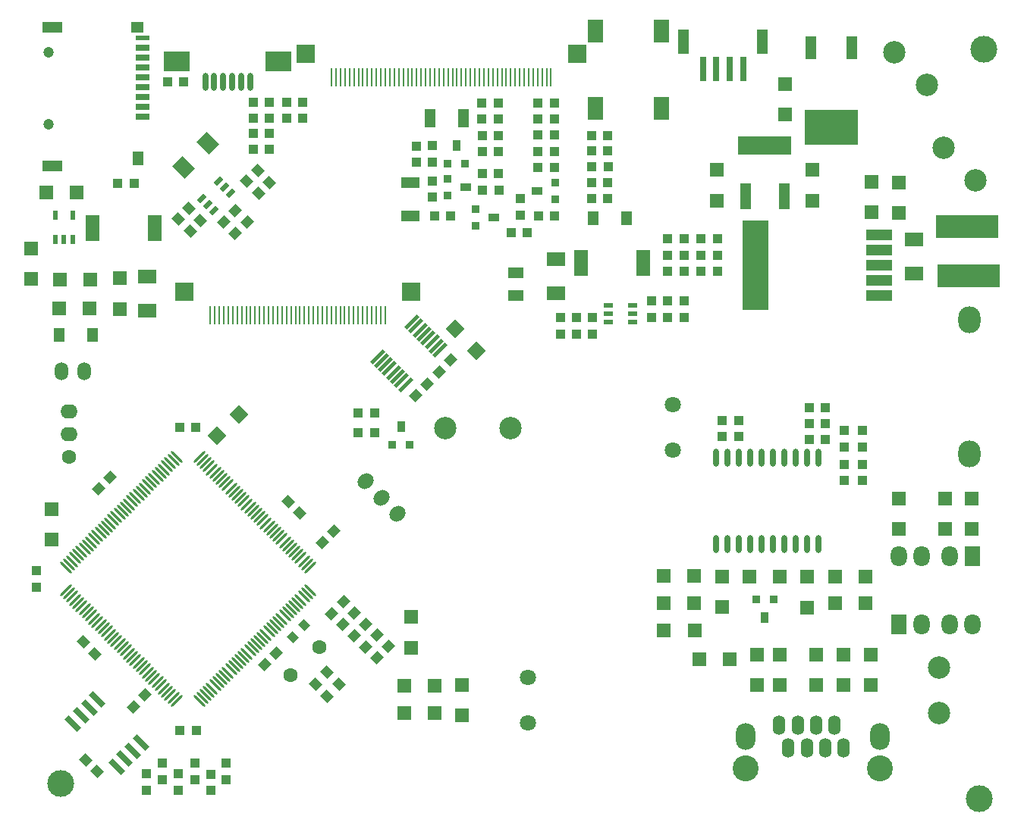
<source format=gbr>
%TF.GenerationSoftware,Altium Limited,Altium Designer,23.1.1 (15)*%
G04 Layer_Color=255*
%FSLAX45Y45*%
%MOMM*%
%TF.SameCoordinates,06D7CB19-584F-49B0-A036-24662F40C1B1*%
%TF.FilePolarity,Positive*%
%TF.FileFunction,Pads,Top*%
%TF.Part,Single*%
G01*
G75*
%TA.AperFunction,SMDPad,CuDef*%
G04:AMPARAMS|DCode=25|XSize=0.3mm|YSize=1.8mm|CornerRadius=0mm|HoleSize=0mm|Usage=FLASHONLY|Rotation=135.000|XOffset=0mm|YOffset=0mm|HoleType=Round|Shape=Round|*
%AMOVALD25*
21,1,1.50000,0.30000,0.00000,0.00000,225.0*
1,1,0.30000,0.53033,0.53033*
1,1,0.30000,-0.53033,-0.53033*
%
%ADD25OVALD25*%

G04:AMPARAMS|DCode=26|XSize=0.3mm|YSize=1.8mm|CornerRadius=0mm|HoleSize=0mm|Usage=FLASHONLY|Rotation=225.000|XOffset=0mm|YOffset=0mm|HoleType=Round|Shape=Round|*
%AMOVALD26*
21,1,1.50000,0.30000,0.00000,0.00000,315.0*
1,1,0.30000,-0.53033,0.53033*
1,1,0.30000,0.53033,-0.53033*
%
%ADD26OVALD26*%

G04:AMPARAMS|DCode=27|XSize=1.1mm|YSize=1mm|CornerRadius=0mm|HoleSize=0mm|Usage=FLASHONLY|Rotation=45.000|XOffset=0mm|YOffset=0mm|HoleType=Round|Shape=Rectangle|*
%AMROTATEDRECTD27*
4,1,4,-0.03535,-0.74246,-0.74246,-0.03535,0.03535,0.74246,0.74246,0.03535,-0.03535,-0.74246,0.0*
%
%ADD27ROTATEDRECTD27*%

%ADD28R,1.00000X1.10000*%
%ADD29R,1.10000X1.00000*%
%ADD30R,1.52400X1.52400*%
%ADD31R,2.00000X1.60000*%
%ADD32R,7.00000X2.50000*%
%ADD33P,2.15526X4X270.0*%
%ADD34R,0.91440X1.27000*%
%ADD35R,0.91440X0.91440*%
%ADD36R,1.01600X0.50800*%
%ADD37R,3.00000X10.00000*%
%ADD38R,3.00000X1.20000*%
%ADD39R,0.70000X2.80000*%
%ADD40R,1.20000X2.80000*%
%ADD41R,1.80000X2.50000*%
%ADD42R,1.20000X1.50000*%
%ADD43R,1.50000X3.00000*%
%ADD44R,1.70000X1.20000*%
%ADD45R,1.27000X0.91440*%
%ADD46R,0.91440X0.91440*%
%ADD47R,2.00000X1.30000*%
%ADD48R,1.30000X2.00000*%
G04:AMPARAMS|DCode=49|XSize=1.1mm|YSize=1mm|CornerRadius=0mm|HoleSize=0mm|Usage=FLASHONLY|Rotation=135.000|XOffset=0mm|YOffset=0mm|HoleType=Round|Shape=Rectangle|*
%AMROTATEDRECTD49*
4,1,4,0.74246,-0.03535,0.03535,-0.74246,-0.74246,0.03535,-0.03535,0.74246,0.74246,-0.03535,0.0*
%
%ADD49ROTATEDRECTD49*%

G04:AMPARAMS|DCode=50|XSize=0.508mm|YSize=1.016mm|CornerRadius=0mm|HoleSize=0mm|Usage=FLASHONLY|Rotation=135.000|XOffset=0mm|YOffset=0mm|HoleType=Round|Shape=Rectangle|*
%AMROTATEDRECTD50*
4,1,4,0.53882,0.17961,-0.17961,-0.53882,-0.53882,-0.17961,0.17961,0.53882,0.53882,0.17961,0.0*
%
%ADD50ROTATEDRECTD50*%

G04:AMPARAMS|DCode=51|XSize=1.6mm|YSize=2mm|CornerRadius=0mm|HoleSize=0mm|Usage=FLASHONLY|Rotation=225.000|XOffset=0mm|YOffset=0mm|HoleType=Round|Shape=Rectangle|*
%AMROTATEDRECTD51*
4,1,4,-0.14142,1.27279,1.27279,-0.14142,0.14142,-1.27279,-1.27279,0.14142,-0.14142,1.27279,0.0*
%
%ADD51ROTATEDRECTD51*%

%ADD52R,0.25400X2.00000*%
%ADD53R,2.00000X2.00000*%
%ADD54R,3.00000X2.20000*%
%ADD55O,0.60960X2.03200*%
%ADD56R,1.52400X1.52400*%
%ADD57R,6.00000X4.00000*%
%ADD58R,1.20000X2.50000*%
%ADD59R,1.20000X3.00000*%
%ADD60R,6.00000X2.00000*%
G04:AMPARAMS|DCode=61|XSize=0.4mm|YSize=2mm|CornerRadius=0mm|HoleSize=0mm|Usage=FLASHONLY|Rotation=135.000|XOffset=0mm|YOffset=0mm|HoleType=Round|Shape=Rectangle|*
%AMROTATEDRECTD61*
4,1,4,0.84853,0.56569,-0.56569,-0.84853,-0.84853,-0.56569,0.56569,0.84853,0.84853,0.56569,0.0*
%
%ADD61ROTATEDRECTD61*%

%ADD62P,2.15526X4X180.0*%
G04:AMPARAMS|DCode=63|XSize=0.6mm|YSize=1.94998mm|CornerRadius=0mm|HoleSize=0mm|Usage=FLASHONLY|Rotation=225.000|XOffset=0mm|YOffset=0mm|HoleType=Round|Shape=Rectangle|*
%AMROTATEDRECTD63*
4,1,4,-0.47729,0.90156,0.90156,-0.47729,0.47729,-0.90156,-0.90156,0.47729,-0.47729,0.90156,0.0*
%
%ADD63ROTATEDRECTD63*%

G04:AMPARAMS|DCode=64|XSize=0.6mm|YSize=1.95001mm|CornerRadius=0mm|HoleSize=0mm|Usage=FLASHONLY|Rotation=225.000|XOffset=0mm|YOffset=0mm|HoleType=Round|Shape=Rectangle|*
%AMROTATEDRECTD64*
4,1,4,-0.47730,0.90156,0.90156,-0.47730,0.47730,-0.90156,-0.90156,0.47730,-0.47730,0.90156,0.0*
%
%ADD64ROTATEDRECTD64*%

%ADD65R,0.50800X1.01600*%
%ADD66R,1.20000X1.60000*%
%ADD67R,1.60000X0.50800*%
%ADD68R,1.40000X1.20000*%
%ADD69R,2.20000X1.20000*%
%ADD70R,1.60000X0.70000*%
G04:AMPARAMS|DCode=71|XSize=0.9mm|YSize=1mm|CornerRadius=0mm|HoleSize=0mm|Usage=FLASHONLY|Rotation=45.000|XOffset=0mm|YOffset=0mm|HoleType=Round|Shape=Rectangle|*
%AMROTATEDRECTD71*
4,1,4,0.03535,-0.67175,-0.67175,0.03535,-0.03535,0.67175,0.67175,-0.03535,0.03535,-0.67175,0.0*
%
%ADD71ROTATEDRECTD71*%

%TA.AperFunction,ComponentPad*%
%ADD72C,2.50000*%
%ADD73O,2.50000X3.00000*%
%TA.AperFunction,ViaPad*%
%ADD74C,3.00000*%
%TA.AperFunction,ComponentPad*%
%ADD75C,1.80000*%
%ADD76R,1.80000X2.30000*%
%ADD77O,1.80000X2.30000*%
%ADD78C,2.90000*%
%ADD79O,1.40000X2.20000*%
%ADD80O,2.20000X3.00000*%
%ADD81C,1.60000*%
G04:AMPARAMS|DCode=82|XSize=1.6mm|YSize=1.9mm|CornerRadius=0mm|HoleSize=0mm|Usage=FLASHONLY|Rotation=315.000|XOffset=0mm|YOffset=0mm|HoleType=Round|Shape=Round|*
%AMOVALD82*
21,1,0.30000,1.60000,0.00000,0.00000,45.0*
1,1,1.60000,-0.10607,-0.10607*
1,1,1.60000,0.10607,0.10607*
%
%ADD82OVALD82*%

%ADD83O,1.90000X1.60000*%
%ADD84O,1.50000X2.00000*%
%ADD85C,1.20000*%
D25*
X2309352Y-15657053D02*
D03*
X2061865Y-15409566D02*
D03*
X2097221Y-15444922D02*
D03*
X-31171Y-16300520D02*
D03*
X1248694Y-14596394D02*
D03*
X1284045Y-14631750D02*
D03*
X251673Y-16583366D02*
D03*
X2238643Y-15586343D02*
D03*
X782004Y-17113692D02*
D03*
X746648Y-17078340D02*
D03*
X2415417Y-15763118D02*
D03*
X322381Y-16654074D02*
D03*
X287029Y-16618716D02*
D03*
X110250Y-16441943D02*
D03*
X463803Y-16795496D02*
D03*
X923422Y-17255115D02*
D03*
X2344709Y-15692410D02*
D03*
X1177980Y-14525681D02*
D03*
X1885091Y-15232791D02*
D03*
X1531533Y-14879239D02*
D03*
X-278659Y-16053033D02*
D03*
X1955799Y-15303500D02*
D03*
X1849734Y-15197435D02*
D03*
X1814377Y-15162077D02*
D03*
X1779020Y-15126721D02*
D03*
X1743669Y-15091370D02*
D03*
X1708312Y-15056013D02*
D03*
X-137237Y-16194456D02*
D03*
X-101880Y-16229813D02*
D03*
X1672955Y-15020656D02*
D03*
X1637603Y-14985304D02*
D03*
X1602246Y-14949947D02*
D03*
X1496181Y-14843883D02*
D03*
X1460824Y-14808525D02*
D03*
X1425468Y-14773167D02*
D03*
X1390116Y-14737817D02*
D03*
X1354759Y-14702460D02*
D03*
X1319402Y-14667104D02*
D03*
X817356Y-17149049D02*
D03*
X852713Y-17184406D02*
D03*
X605225Y-16936919D02*
D03*
X499160Y-16830853D02*
D03*
X640582Y-16972270D02*
D03*
X1991156Y-15338857D02*
D03*
X428446Y-16760139D02*
D03*
X74894Y-16406586D02*
D03*
X888070Y-17219759D02*
D03*
X2380066Y-15727766D02*
D03*
X1920442Y-15268143D02*
D03*
X1566890Y-14914590D02*
D03*
X2203287Y-15550987D02*
D03*
X1213337Y-14561038D02*
D03*
X711291Y-17042982D02*
D03*
X-172594Y-16159099D02*
D03*
X-66529Y-16265164D02*
D03*
X-243302Y-16088390D02*
D03*
X-207945Y-16123743D02*
D03*
X-314016Y-16017677D02*
D03*
X4185Y-16335878D02*
D03*
X180959Y-16512653D02*
D03*
X2273995Y-15621696D02*
D03*
X2167930Y-15515631D02*
D03*
X2132578Y-15480280D02*
D03*
X2026508Y-15374210D02*
D03*
X39542Y-16371230D02*
D03*
X145607Y-16477299D02*
D03*
X216316Y-16548009D02*
D03*
X357738Y-16689432D02*
D03*
X393094Y-16724786D02*
D03*
X534517Y-16866205D02*
D03*
X569868Y-16901561D02*
D03*
X675934Y-17007626D02*
D03*
D26*
X287029Y-15162077D02*
D03*
X-172594Y-15621696D02*
D03*
X-137237Y-15586343D02*
D03*
X110250Y-15338857D02*
D03*
X74894Y-15374210D02*
D03*
X1920442Y-16512653D02*
D03*
X251673Y-15197435D02*
D03*
X-314016Y-15763118D02*
D03*
X145607Y-15303500D02*
D03*
X534517Y-14914590D02*
D03*
X1743669Y-16689432D02*
D03*
X2203287Y-16229813D02*
D03*
X2273995Y-16159097D02*
D03*
X1460824Y-16972270D02*
D03*
X1425468Y-17007626D02*
D03*
X-66528Y-15515631D02*
D03*
X1390116Y-17042982D02*
D03*
X-101880Y-15550987D02*
D03*
X2097221Y-16335878D02*
D03*
X923422Y-14525681D02*
D03*
X1496181Y-16936919D02*
D03*
X1531533Y-16901561D02*
D03*
X1566890Y-16866205D02*
D03*
X1602246Y-16830853D02*
D03*
X1637603Y-16795496D02*
D03*
X1672955Y-16760139D02*
D03*
X357738Y-15091370D02*
D03*
X322381Y-15126721D02*
D03*
X499160Y-14949947D02*
D03*
X463803Y-14985304D02*
D03*
X782004Y-14667104D02*
D03*
X746647Y-14702460D02*
D03*
X711291Y-14737817D02*
D03*
X216316Y-15232793D02*
D03*
X2061865Y-16371230D02*
D03*
X-278659Y-15727766D02*
D03*
X1708312Y-16724786D02*
D03*
X180959Y-15268144D02*
D03*
X569869Y-14879239D02*
D03*
X1955799Y-16477299D02*
D03*
X1991156Y-16441943D02*
D03*
X-243302Y-15692410D02*
D03*
X2026508Y-16406586D02*
D03*
X2380066Y-16053033D02*
D03*
X39542Y-15409566D02*
D03*
X4185Y-15444922D02*
D03*
X2132578Y-16300520D02*
D03*
X2167930Y-16265164D02*
D03*
X888070Y-14561038D02*
D03*
X1814377Y-16618716D02*
D03*
X1849734Y-16583365D02*
D03*
X1885091Y-16548009D02*
D03*
X-207945Y-15657053D02*
D03*
X2344709Y-16088390D02*
D03*
X2309352Y-16123743D02*
D03*
X2238643Y-16194456D02*
D03*
X1177980Y-17255115D02*
D03*
X1213337Y-17219757D02*
D03*
X1248694Y-17184406D02*
D03*
X1284045Y-17149049D02*
D03*
X1319402Y-17113692D02*
D03*
X1354759Y-17078340D02*
D03*
X1779020Y-16654074D02*
D03*
X2415417Y-16017677D02*
D03*
X852713Y-14596394D02*
D03*
X817356Y-14631750D02*
D03*
X675934Y-14773169D02*
D03*
X640582Y-14808525D02*
D03*
X605225Y-14843883D02*
D03*
X428446Y-15020656D02*
D03*
X393095Y-15056013D02*
D03*
X-31171Y-15480280D02*
D03*
D27*
X3289161Y-16644759D02*
D03*
X3159760Y-16774159D02*
D03*
X1579880Y-12029440D02*
D03*
X1709281Y-11900039D02*
D03*
X1450479Y-11900958D02*
D03*
X1579880Y-11771558D02*
D03*
X3981410Y-13446275D02*
D03*
X3852009Y-13575677D02*
D03*
X3720613Y-13715504D02*
D03*
X3591213Y-13844907D02*
D03*
X1907679Y-16845142D02*
D03*
X2037080Y-16715739D02*
D03*
X2786240Y-16146919D02*
D03*
X2656840Y-16276320D02*
D03*
X3164701Y-16520299D02*
D03*
X3035300Y-16649699D02*
D03*
X3035161Y-16395840D02*
D03*
X2905760Y-16525240D02*
D03*
X2681985Y-15352887D02*
D03*
X2552584Y-15482288D02*
D03*
X439420Y-17317720D02*
D03*
X568821Y-17188319D02*
D03*
X180340Y-14754860D02*
D03*
X50939Y-14884261D02*
D03*
X2910701Y-16268839D02*
D03*
X2781300Y-16398241D02*
D03*
D28*
X1477738Y-18133060D02*
D03*
Y-17950060D02*
D03*
X1303020Y-18255099D02*
D03*
Y-18072099D02*
D03*
X1125220Y-18133060D02*
D03*
Y-17950060D02*
D03*
X944880Y-18252440D02*
D03*
Y-18069440D02*
D03*
X767080Y-18133060D02*
D03*
Y-17950060D02*
D03*
X589280Y-18252560D02*
D03*
Y-18069560D02*
D03*
X5207000Y-13154660D02*
D03*
Y-12971660D02*
D03*
X5387340Y-12971780D02*
D03*
Y-13154781D02*
D03*
X5567680Y-12971660D02*
D03*
Y-13154660D02*
D03*
X6586220Y-12969240D02*
D03*
Y-12786240D02*
D03*
X6403340Y-12969240D02*
D03*
Y-12786240D02*
D03*
X6223000Y-12969240D02*
D03*
Y-12786240D02*
D03*
X3779520Y-11231880D02*
D03*
Y-11048880D02*
D03*
X3782060Y-11442700D02*
D03*
Y-11625700D02*
D03*
X3599180Y-11234420D02*
D03*
Y-11051420D02*
D03*
X4762500Y-11643240D02*
D03*
Y-11826240D02*
D03*
X8580120Y-14609959D02*
D03*
Y-14792960D02*
D03*
X8379460Y-14609959D02*
D03*
Y-14792960D02*
D03*
X8577580Y-14231500D02*
D03*
Y-14414500D02*
D03*
X8379460Y-14231500D02*
D03*
Y-14414500D02*
D03*
X-640080Y-15798680D02*
D03*
Y-15981680D02*
D03*
D29*
X6776720Y-12453620D02*
D03*
X6959720D02*
D03*
X6776720Y-12270740D02*
D03*
X6959720D02*
D03*
X6776720Y-12087860D02*
D03*
X6959720D02*
D03*
X3134480Y-14038579D02*
D03*
X2951479D02*
D03*
X3131940Y-14257021D02*
D03*
X2948940D02*
D03*
X6403340Y-12453620D02*
D03*
X6586340Y-12453620D02*
D03*
X6403340Y-12273280D02*
D03*
X6586340D02*
D03*
X6405760Y-12087860D02*
D03*
X6588760D02*
D03*
X5737860Y-11643360D02*
D03*
X5554860D02*
D03*
X5737980Y-11465560D02*
D03*
X5554980D02*
D03*
X5557520Y-11287760D02*
D03*
X5740520D02*
D03*
X5737980Y-11109960D02*
D03*
X5554980D02*
D03*
X5737860Y-10934700D02*
D03*
X5554860D02*
D03*
X5146040Y-11833860D02*
D03*
X4963040D02*
D03*
X5138420Y-11290300D02*
D03*
X4955420D02*
D03*
X5138420Y-11112500D02*
D03*
X4955420D02*
D03*
X5138420Y-10932160D02*
D03*
X4955420D02*
D03*
X5138420Y-10751820D02*
D03*
X4955420D02*
D03*
X5138420Y-10574020D02*
D03*
X4955420D02*
D03*
X3802380Y-11831320D02*
D03*
X3985380D02*
D03*
X4841240Y-12024360D02*
D03*
X4658240D02*
D03*
X4338320Y-11544300D02*
D03*
X4521320D02*
D03*
X4335780Y-11363960D02*
D03*
X4518780D02*
D03*
X4335780Y-11115040D02*
D03*
X4518780D02*
D03*
X4335660Y-10934700D02*
D03*
X4518660D02*
D03*
X4516240Y-10754360D02*
D03*
X4333240D02*
D03*
X266580Y-11468100D02*
D03*
X449580D02*
D03*
X2334260Y-10561320D02*
D03*
X2151260D02*
D03*
X7195820Y-14297659D02*
D03*
X7012820D02*
D03*
X7195820Y-14117320D02*
D03*
X7012820D02*
D03*
X8166100Y-14333220D02*
D03*
X7983100D02*
D03*
X7985760Y-14152879D02*
D03*
X8168760D02*
D03*
X7985760Y-13975079D02*
D03*
X8168760D02*
D03*
X4333120Y-10574020D02*
D03*
X4516120D02*
D03*
X2334260Y-10739120D02*
D03*
X2151260D02*
D03*
X1005105Y-10332720D02*
D03*
X822105D02*
D03*
X1777880Y-10561320D02*
D03*
X1960880D02*
D03*
X1777880Y-10739120D02*
D03*
X1960880D02*
D03*
X1777880Y-10914380D02*
D03*
X1960880D02*
D03*
X1777880Y-11089640D02*
D03*
X1960880D02*
D03*
X957580Y-14196060D02*
D03*
X1140580D02*
D03*
X960120Y-17581880D02*
D03*
X1143120D02*
D03*
D30*
X8989060Y-11457940D02*
D03*
Y-11800840D02*
D03*
X8684260Y-11452860D02*
D03*
Y-11795760D02*
D03*
X6957060Y-11661140D02*
D03*
Y-11318240D02*
D03*
X8023860Y-11320780D02*
D03*
Y-11663680D02*
D03*
X7713980Y-10701020D02*
D03*
Y-10358120D02*
D03*
X8986520Y-15331441D02*
D03*
Y-14988541D02*
D03*
X9499600Y-15331441D02*
D03*
Y-14988541D02*
D03*
X9799320Y-15331441D02*
D03*
Y-14988541D02*
D03*
X7957820Y-15864841D02*
D03*
Y-16207739D02*
D03*
X7010400Y-15862300D02*
D03*
Y-16205200D02*
D03*
X7406640Y-16736060D02*
D03*
Y-17078960D02*
D03*
X7660640Y-16736060D02*
D03*
Y-17078960D02*
D03*
X8064500Y-16733521D02*
D03*
Y-17076421D02*
D03*
X8366760Y-16736060D02*
D03*
Y-17078960D02*
D03*
X8671560Y-16736060D02*
D03*
Y-17078960D02*
D03*
X4109720Y-17414240D02*
D03*
Y-17071339D02*
D03*
X-472440Y-15453360D02*
D03*
Y-15110460D02*
D03*
X287021Y-12875259D02*
D03*
Y-12532360D02*
D03*
X-698499Y-12539980D02*
D03*
Y-12197080D02*
D03*
X3543300Y-16316960D02*
D03*
Y-16659860D02*
D03*
D31*
X9159240Y-12473940D02*
D03*
Y-12092940D02*
D03*
X5161280Y-12319000D02*
D03*
Y-12700000D02*
D03*
X599441Y-12893040D02*
D03*
X599441Y-12512040D02*
D03*
D32*
X9763760Y-12501880D02*
D03*
X9751060Y-11955780D02*
D03*
D33*
X1376680Y-14292580D02*
D03*
X1619147Y-14050113D02*
D03*
D34*
X3429000Y-14185899D02*
D03*
X4048760Y-11046880D02*
D03*
X7490459Y-16319501D02*
D03*
D35*
X3522980Y-14389101D02*
D03*
X3332480D02*
D03*
X4142740Y-11250080D02*
D03*
X3952240D02*
D03*
X7396479Y-16116299D02*
D03*
X7586979D02*
D03*
D36*
X6017260Y-12829539D02*
D03*
X5747258Y-12829539D02*
D03*
Y-13019542D02*
D03*
Y-12924541D02*
D03*
X6017260Y-13019542D02*
D03*
Y-12924541D02*
D03*
D37*
X7386320Y-12385040D02*
D03*
D38*
X8768080Y-12044680D02*
D03*
X8768080Y-12214860D02*
D03*
X8768080Y-12385040D02*
D03*
X8768080Y-12555220D02*
D03*
X8768080Y-12725400D02*
D03*
D39*
X7249580Y-10187940D02*
D03*
X7099580Y-10187940D02*
D03*
X6949580Y-10187940D02*
D03*
X6799580Y-10187940D02*
D03*
D40*
X7459980Y-9883140D02*
D03*
X6583680D02*
D03*
D41*
X6334760Y-10631170D02*
D03*
X5603240D02*
D03*
X6334760Y-9770110D02*
D03*
X5603240D02*
D03*
D42*
X5946140Y-11856720D02*
D03*
X5575300D02*
D03*
X-15239Y-13162280D02*
D03*
X-386079Y-13162280D02*
D03*
D43*
X5441950Y-12359640D02*
D03*
X6135370D02*
D03*
X681991Y-11971020D02*
D03*
X-11429D02*
D03*
D44*
X4709160Y-12466320D02*
D03*
Y-12720320D02*
D03*
D45*
X4947920Y-11554460D02*
D03*
X4150360Y-11513820D02*
D03*
X4465020Y-11852040D02*
D03*
D46*
X5151120Y-11460480D02*
D03*
Y-11650980D02*
D03*
X3947160Y-11607800D02*
D03*
Y-11417300D02*
D03*
X4261820Y-11946020D02*
D03*
Y-11755520D02*
D03*
D47*
X3535680Y-11831320D02*
D03*
Y-11460480D02*
D03*
D48*
X3751580Y-10744200D02*
D03*
X4122420D02*
D03*
D49*
X945019Y-11872099D02*
D03*
X1074420Y-12001500D02*
D03*
X1061859Y-11752719D02*
D03*
X1191260Y-11882120D02*
D03*
X1708362Y-11448048D02*
D03*
X1837762Y-11577449D02*
D03*
X1827723Y-11328687D02*
D03*
X1957124Y-11458087D02*
D03*
X2600821Y-17198201D02*
D03*
X2471420Y-17068800D02*
D03*
X2735580Y-17063721D02*
D03*
X2606179Y-16934319D02*
D03*
X2297330Y-15154774D02*
D03*
X2167930Y-15025374D02*
D03*
X40500Y-18044022D02*
D03*
X-88900Y-17914619D02*
D03*
X-116701Y-16596500D02*
D03*
X12700Y-16725900D02*
D03*
D50*
X1338160Y-11773320D02*
D03*
X1529080Y-11582400D02*
D03*
X1394728Y-11448048D02*
D03*
X1461904Y-11515224D02*
D03*
X1203808Y-11638969D02*
D03*
X1270984Y-11706144D02*
D03*
D51*
X1005840Y-11292840D02*
D03*
X1275248Y-11023432D02*
D03*
D52*
X4654017Y-10287000D02*
D03*
X4704014D02*
D03*
X4754016D02*
D03*
X4804014D02*
D03*
X4854016D02*
D03*
X4904014D02*
D03*
X4954016D02*
D03*
X5004013D02*
D03*
X5054016D02*
D03*
X5104013D02*
D03*
X2654021D02*
D03*
X2704023D02*
D03*
X2754020D02*
D03*
X2804018D02*
D03*
X4054018D02*
D03*
X4104015D02*
D03*
X4154018D02*
D03*
X4204015D02*
D03*
X4254017D02*
D03*
X4304015D02*
D03*
X4354017D02*
D03*
X4404015D02*
D03*
X4454017D02*
D03*
X4504014D02*
D03*
X4554017D02*
D03*
X4604014D02*
D03*
X2854020D02*
D03*
X2904018D02*
D03*
X3254019D02*
D03*
X3304017D02*
D03*
X3654019D02*
D03*
X3704016D02*
D03*
X3754019D02*
D03*
X3804016D02*
D03*
X3854018D02*
D03*
X3904015D02*
D03*
X3954018D02*
D03*
X4004015D02*
D03*
X3354019D02*
D03*
X3404017D02*
D03*
X3454019D02*
D03*
X3504017D02*
D03*
X3554019D02*
D03*
X3604016D02*
D03*
X2954020D02*
D03*
X3004017D02*
D03*
X3054020D02*
D03*
X3104017D02*
D03*
X3154020D02*
D03*
X3204017D02*
D03*
X3000858Y-12943840D02*
D03*
X2800858D02*
D03*
X3150855D02*
D03*
X3250855D02*
D03*
X3100858D02*
D03*
X3200858D02*
D03*
X1300861D02*
D03*
X1350864D02*
D03*
X3050855D02*
D03*
X2700858D02*
D03*
X2300859D02*
D03*
X1950857D02*
D03*
X1900860D02*
D03*
X2400859D02*
D03*
X2350857D02*
D03*
X1500861D02*
D03*
X1400861D02*
D03*
X1600860D02*
D03*
X1550858D02*
D03*
X1450859D02*
D03*
X2450856D02*
D03*
X2500859D02*
D03*
X2550856D02*
D03*
X2600859D02*
D03*
X2650856D02*
D03*
X2750856D02*
D03*
X2950856D02*
D03*
X2000860D02*
D03*
X2050857D02*
D03*
X2100860D02*
D03*
X2150857D02*
D03*
X2200859D02*
D03*
X2250857D02*
D03*
X2850856D02*
D03*
X1650858D02*
D03*
X1700860D02*
D03*
X1750858D02*
D03*
X1800860D02*
D03*
X1850858D02*
D03*
X2900858D02*
D03*
D53*
X5394020Y-10024501D02*
D03*
X2364024D02*
D03*
X1010864Y-12681341D02*
D03*
X3540862D02*
D03*
D54*
X2061160Y-10104120D02*
D03*
X925780Y-10104120D02*
D03*
D55*
X1743660Y-10332720D02*
D03*
X1643660D02*
D03*
X1543660D02*
D03*
X1443660D02*
D03*
X1343660D02*
D03*
X1243660D02*
D03*
X7449820Y-15504161D02*
D03*
X7703820Y-15504161D02*
D03*
X7195820D02*
D03*
X7830820D02*
D03*
X7068820D02*
D03*
X7957820D02*
D03*
X6941820D02*
D03*
X7322820D02*
D03*
X8084820Y-15504161D02*
D03*
X7576820Y-15504161D02*
D03*
X6941820Y-14538960D02*
D03*
X7068820D02*
D03*
X7830820D02*
D03*
X8084820Y-14538960D02*
D03*
X7322820Y-14538960D02*
D03*
X7703820D02*
D03*
X7576820D02*
D03*
X7449820Y-14538960D02*
D03*
X7957820Y-14538960D02*
D03*
X7195820D02*
D03*
D56*
X-533399Y-11569700D02*
D03*
X-190499D02*
D03*
X8272780Y-15862300D02*
D03*
X8615680D02*
D03*
X8272780Y-16164560D02*
D03*
X8615680Y-16164560D02*
D03*
X7315200Y-15864841D02*
D03*
X7658100D02*
D03*
X6703060Y-15859760D02*
D03*
X6360160D02*
D03*
X6703060Y-16164560D02*
D03*
X6360160D02*
D03*
X6362700Y-16469360D02*
D03*
X6705600D02*
D03*
X7099300Y-16784322D02*
D03*
X6756400Y-16784322D02*
D03*
X3462020Y-17391380D02*
D03*
X3804920D02*
D03*
X-46989Y-12865100D02*
D03*
X-389889D02*
D03*
X-38099Y-12545060D02*
D03*
X-380999D02*
D03*
X3462020Y-17086580D02*
D03*
X3804920D02*
D03*
D57*
X8232140Y-10843260D02*
D03*
D58*
X8460740Y-9954260D02*
D03*
X8003540D02*
D03*
D59*
X7274560Y-11615420D02*
D03*
X7706360D02*
D03*
D60*
X7490460Y-11043920D02*
D03*
D61*
X3435159Y-13674516D02*
D03*
X3480062Y-13719418D02*
D03*
X3686111Y-13154156D02*
D03*
X3345361Y-13584714D02*
D03*
X3255556Y-13494914D02*
D03*
X3300458Y-13539816D02*
D03*
X3210654Y-13450011D02*
D03*
X3775916Y-13243962D02*
D03*
X3596308Y-13064359D02*
D03*
X3641210Y-13109254D02*
D03*
X3731014Y-13199060D02*
D03*
X3551410Y-13019456D02*
D03*
X3865715Y-13333766D02*
D03*
X3390257Y-13629614D02*
D03*
X3820818Y-13288864D02*
D03*
X3165752Y-13405109D02*
D03*
D62*
X4272697Y-13341243D02*
D03*
X4030230Y-13098776D02*
D03*
D63*
X-50383Y-17326118D02*
D03*
X39420Y-17236317D02*
D03*
X523786Y-17720683D02*
D03*
X433983Y-17810486D02*
D03*
X-140185Y-17415923D02*
D03*
X344181Y-17900288D02*
D03*
X254378Y-17990091D02*
D03*
D64*
X-229988Y-17505724D02*
D03*
D65*
X-426719Y-12095480D02*
D03*
X-236717Y-12095480D02*
D03*
X-236717Y-11825478D02*
D03*
X-331718Y-12095480D02*
D03*
X-426719Y-11825478D02*
D03*
D66*
X496098Y-11188884D02*
D03*
D67*
X546100Y-9843883D02*
D03*
D68*
X486095Y-9728881D02*
D03*
D69*
X-463901Y-11278881D02*
D03*
X-463901Y-9728881D02*
D03*
D70*
X546100Y-10613884D02*
D03*
Y-10723881D02*
D03*
Y-9953880D02*
D03*
Y-10063882D02*
D03*
Y-10503881D02*
D03*
Y-10283882D02*
D03*
Y-10173884D02*
D03*
X546100Y-10393884D02*
D03*
D71*
X2352040Y-16408400D02*
D03*
X2222639Y-16537801D02*
D03*
D72*
X8937190Y-10006530D02*
D03*
X9296400Y-10365740D02*
D03*
X9484360Y-11074400D02*
D03*
X9843570Y-11433610D02*
D03*
X3925035Y-14208760D02*
D03*
X4648935D02*
D03*
X9438639Y-16880840D02*
D03*
Y-17388840D02*
D03*
D73*
X9773919Y-12992101D02*
D03*
Y-14490700D02*
D03*
D74*
X-368300Y-18176241D02*
D03*
X9931400Y-9972040D02*
D03*
X9880600Y-18346420D02*
D03*
D75*
X6459220Y-14450060D02*
D03*
Y-13942059D02*
D03*
X4843780Y-17495520D02*
D03*
Y-16987520D02*
D03*
D76*
X9806940Y-15633701D02*
D03*
X8986520Y-16398241D02*
D03*
D77*
X9806940Y-16395700D02*
D03*
X9552940Y-15633701D02*
D03*
Y-16395700D02*
D03*
X9240520Y-16398241D02*
D03*
Y-15636240D02*
D03*
X8986520D02*
D03*
D78*
X7272020Y-18008601D02*
D03*
X8772022D02*
D03*
D79*
X7652019Y-17521600D02*
D03*
X7754021Y-17775601D02*
D03*
X7958018D02*
D03*
X8060019Y-17521600D02*
D03*
X7856022D02*
D03*
X8264022D02*
D03*
X8366018Y-17775601D02*
D03*
X8162021Y-17775603D02*
D03*
D80*
X7273422Y-17648601D02*
D03*
X8772022D02*
D03*
D81*
X2514600Y-16649699D02*
D03*
X2194917Y-16965848D02*
D03*
X-279400Y-14528799D02*
D03*
D82*
X3391970Y-15159790D02*
D03*
X3032760Y-14800580D02*
D03*
X3212365Y-14980185D02*
D03*
D83*
X-279400Y-14020799D02*
D03*
Y-14274800D02*
D03*
D84*
X-106679Y-13568680D02*
D03*
X-360679D02*
D03*
D85*
X-503900Y-10808884D02*
D03*
X-503900Y-10008881D02*
D03*
%TF.MD5,5cdac94e45381a313a3a78443c7feb6f*%
M02*

</source>
